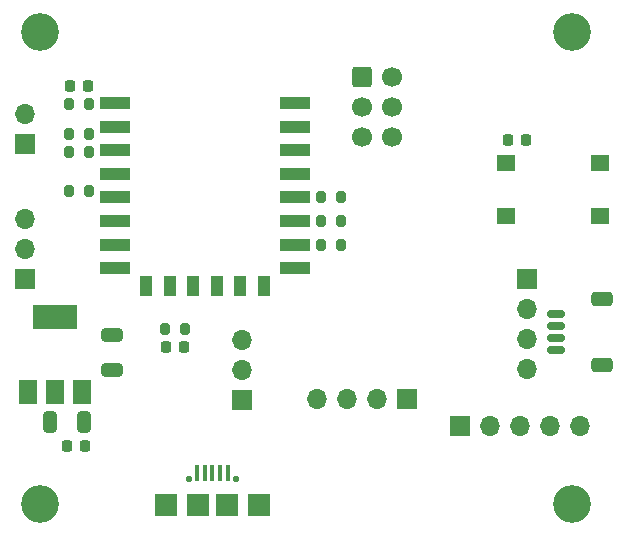
<source format=gts>
G04 #@! TF.GenerationSoftware,KiCad,Pcbnew,(6.0.4)*
G04 #@! TF.CreationDate,2022-12-31T00:28:06-05:00*
G04 #@! TF.ProjectId,esp8266 atmosphere sensor,65737038-3236-4362-9061-746d6f737068,rev?*
G04 #@! TF.SameCoordinates,Original*
G04 #@! TF.FileFunction,Soldermask,Top*
G04 #@! TF.FilePolarity,Negative*
%FSLAX46Y46*%
G04 Gerber Fmt 4.6, Leading zero omitted, Abs format (unit mm)*
G04 Created by KiCad (PCBNEW (6.0.4)) date 2022-12-31 00:28:06*
%MOMM*%
%LPD*%
G01*
G04 APERTURE LIST*
G04 Aperture macros list*
%AMRoundRect*
0 Rectangle with rounded corners*
0 $1 Rounding radius*
0 $2 $3 $4 $5 $6 $7 $8 $9 X,Y pos of 4 corners*
0 Add a 4 corners polygon primitive as box body*
4,1,4,$2,$3,$4,$5,$6,$7,$8,$9,$2,$3,0*
0 Add four circle primitives for the rounded corners*
1,1,$1+$1,$2,$3*
1,1,$1+$1,$4,$5*
1,1,$1+$1,$6,$7*
1,1,$1+$1,$8,$9*
0 Add four rect primitives between the rounded corners*
20,1,$1+$1,$2,$3,$4,$5,0*
20,1,$1+$1,$4,$5,$6,$7,0*
20,1,$1+$1,$6,$7,$8,$9,0*
20,1,$1+$1,$8,$9,$2,$3,0*%
G04 Aperture macros list end*
%ADD10C,0.550000*%
%ADD11R,0.400000X1.350000*%
%ADD12R,1.900000X1.900000*%
%ADD13RoundRect,0.250000X-0.600000X-0.600000X0.600000X-0.600000X0.600000X0.600000X-0.600000X0.600000X0*%
%ADD14C,1.700000*%
%ADD15RoundRect,0.218750X-0.218750X-0.256250X0.218750X-0.256250X0.218750X0.256250X-0.218750X0.256250X0*%
%ADD16C,3.200000*%
%ADD17R,2.500000X1.000000*%
%ADD18R,1.000000X1.800000*%
%ADD19R,1.700000X1.700000*%
%ADD20O,1.700000X1.700000*%
%ADD21RoundRect,0.200000X0.200000X0.275000X-0.200000X0.275000X-0.200000X-0.275000X0.200000X-0.275000X0*%
%ADD22RoundRect,0.200000X-0.200000X-0.275000X0.200000X-0.275000X0.200000X0.275000X-0.200000X0.275000X0*%
%ADD23R,1.500000X2.000000*%
%ADD24R,3.800000X2.000000*%
%ADD25RoundRect,0.225000X0.225000X0.250000X-0.225000X0.250000X-0.225000X-0.250000X0.225000X-0.250000X0*%
%ADD26RoundRect,0.250000X0.325000X0.650000X-0.325000X0.650000X-0.325000X-0.650000X0.325000X-0.650000X0*%
%ADD27R,1.600000X1.400000*%
%ADD28RoundRect,0.250000X-0.650000X0.325000X-0.650000X-0.325000X0.650000X-0.325000X0.650000X0.325000X0*%
%ADD29RoundRect,0.225000X-0.225000X-0.250000X0.225000X-0.250000X0.225000X0.250000X-0.225000X0.250000X0*%
%ADD30RoundRect,0.150000X0.625000X-0.150000X0.625000X0.150000X-0.625000X0.150000X-0.625000X-0.150000X0*%
%ADD31RoundRect,0.250000X0.650000X-0.350000X0.650000X0.350000X-0.650000X0.350000X-0.650000X-0.350000X0*%
G04 APERTURE END LIST*
D10*
X16605000Y-37890000D03*
X12605000Y-37890000D03*
D11*
X13305000Y-37365000D03*
X15905000Y-37365000D03*
X13955000Y-37365000D03*
X14605000Y-37365000D03*
X15255000Y-37365000D03*
D12*
X10655000Y-40040000D03*
X13405000Y-40040000D03*
X15805000Y-40040000D03*
X18555000Y-40040000D03*
D13*
X27305000Y-3810000D03*
D14*
X29845000Y-3810000D03*
X27305000Y-6350000D03*
X29845000Y-6350000D03*
X27305000Y-8890000D03*
X29845000Y-8890000D03*
D15*
X10642500Y-26670000D03*
X12217500Y-26670000D03*
D16*
X0Y-40005000D03*
D17*
X6370000Y-6025000D03*
X6370000Y-8025000D03*
X6370000Y-10025000D03*
X6370000Y-12025000D03*
X6370000Y-14025000D03*
X6370000Y-16025000D03*
X6370000Y-18025000D03*
X6370000Y-20025000D03*
D18*
X8970000Y-21525000D03*
X10970000Y-21525000D03*
X12970000Y-21525000D03*
X14970000Y-21525000D03*
X16970000Y-21525000D03*
X18970000Y-21525000D03*
D17*
X21570000Y-20025000D03*
X21570000Y-18025000D03*
X21570000Y-16025000D03*
X21570000Y-14025000D03*
X21570000Y-12025000D03*
X21570000Y-10025000D03*
X21570000Y-8025000D03*
X21570000Y-6025000D03*
D19*
X35560000Y-33345000D03*
D20*
X38100000Y-33345000D03*
X40640000Y-33345000D03*
X43180000Y-33345000D03*
X45720000Y-33345000D03*
D19*
X17145000Y-31130000D03*
D20*
X17145000Y-28590000D03*
X17145000Y-26050000D03*
D19*
X31115000Y-31115000D03*
D20*
X28575000Y-31115000D03*
X26035000Y-31115000D03*
X23495000Y-31115000D03*
D16*
X45085000Y0D03*
D19*
X41275000Y-20955000D03*
D20*
X41275000Y-23495000D03*
X41275000Y-26035000D03*
X41275000Y-28575000D03*
D21*
X25463000Y-13970000D03*
X23813000Y-13970000D03*
D22*
X10605000Y-25146000D03*
X12255000Y-25146000D03*
D16*
X0Y0D03*
D21*
X25463000Y-18034000D03*
X23813000Y-18034000D03*
D19*
X-1270000Y-20955000D03*
D20*
X-1270000Y-18415000D03*
X-1270000Y-15875000D03*
D21*
X25463000Y-16002000D03*
X23813000Y-16002000D03*
D23*
X-1030000Y-30455000D03*
X1270000Y-30455000D03*
D24*
X1270000Y-24155000D03*
D23*
X3570000Y-30455000D03*
D16*
X45085000Y-40005000D03*
D25*
X3823000Y-35052000D03*
X2273000Y-35052000D03*
D22*
X2477000Y-8636000D03*
X4127000Y-8636000D03*
D19*
X-1270000Y-9530000D03*
D20*
X-1270000Y-6990000D03*
D26*
X3761000Y-33020000D03*
X811000Y-33020000D03*
D25*
X4077000Y-4572000D03*
X2527000Y-4572000D03*
D22*
X2477000Y-13462000D03*
X4127000Y-13462000D03*
D27*
X39434000Y-11085000D03*
X47434000Y-11085000D03*
X39434000Y-15585000D03*
X47434000Y-15585000D03*
D22*
X2477000Y-6096000D03*
X4127000Y-6096000D03*
D28*
X6096000Y-25703000D03*
X6096000Y-28653000D03*
D21*
X4127000Y-10160000D03*
X2477000Y-10160000D03*
D29*
X39611000Y-9144000D03*
X41161000Y-9144000D03*
D30*
X43720000Y-26900000D03*
X43720000Y-25900000D03*
X43720000Y-24900000D03*
X43720000Y-23900000D03*
D31*
X47595000Y-22600000D03*
X47595000Y-28200000D03*
M02*

</source>
